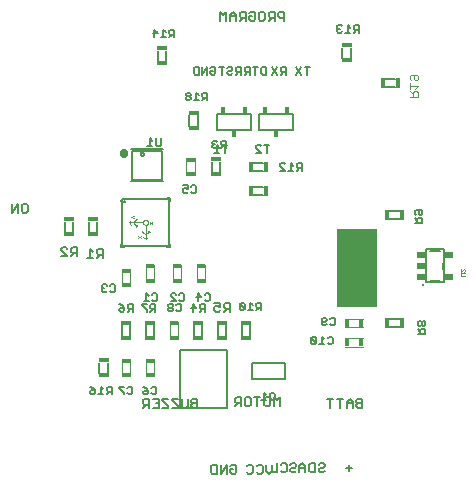
<source format=gbo>
G75*
%MOIN*%
%OFA0B0*%
%FSLAX25Y25*%
%IPPOS*%
%LPD*%
%AMOC8*
5,1,8,0,0,1.08239X$1,22.5*
%
%ADD10C,0.00500*%
%ADD11C,0.00400*%
%ADD12R,0.03150X0.01378*%
%ADD13R,0.01378X0.03150*%
%ADD14C,0.00600*%
%ADD15C,0.00800*%
%ADD16R,0.03400X0.01600*%
%ADD17R,0.01600X0.03400*%
%ADD18C,0.00200*%
%ADD19R,0.01800X0.02300*%
%ADD20C,0.00394*%
%ADD21C,0.00100*%
%ADD22R,0.13780X0.25984*%
%ADD23C,0.01378*%
%ADD24C,0.01000*%
%ADD25R,0.02559X0.01969*%
D10*
X0035380Y0047650D02*
X0034963Y0048067D01*
X0034963Y0048484D01*
X0035380Y0048901D01*
X0036631Y0048901D01*
X0036631Y0048067D01*
X0036214Y0047650D01*
X0035380Y0047650D01*
X0036631Y0048901D02*
X0035797Y0049735D01*
X0034963Y0050152D01*
X0037725Y0047650D02*
X0039393Y0047650D01*
X0038559Y0047650D02*
X0038559Y0050152D01*
X0039393Y0049318D01*
X0040487Y0048901D02*
X0040904Y0048484D01*
X0042155Y0048484D01*
X0041321Y0048484D02*
X0040487Y0047650D01*
X0040487Y0048901D02*
X0040487Y0049735D01*
X0040904Y0050152D01*
X0042155Y0050152D01*
X0042155Y0047650D01*
X0044600Y0049676D02*
X0046268Y0048008D01*
X0046268Y0047591D01*
X0047362Y0048008D02*
X0047779Y0047591D01*
X0048613Y0047591D01*
X0049030Y0048008D01*
X0049030Y0049676D01*
X0048613Y0050093D01*
X0047779Y0050093D01*
X0047362Y0049676D01*
X0046268Y0050093D02*
X0044600Y0050093D01*
X0044600Y0049676D01*
X0052600Y0050093D02*
X0053434Y0049676D01*
X0054268Y0048842D01*
X0053017Y0048842D01*
X0052600Y0048425D01*
X0052600Y0048008D01*
X0053017Y0047591D01*
X0053851Y0047591D01*
X0054268Y0048008D01*
X0054268Y0048842D01*
X0055362Y0048008D02*
X0055779Y0047591D01*
X0056613Y0047591D01*
X0057030Y0048008D01*
X0057030Y0049676D01*
X0056613Y0050093D01*
X0055779Y0050093D01*
X0055362Y0049676D01*
X0055763Y0046153D02*
X0057764Y0046153D01*
X0057764Y0043150D01*
X0055763Y0043150D01*
X0054542Y0043150D02*
X0054542Y0046153D01*
X0053040Y0046153D01*
X0052540Y0045652D01*
X0052540Y0044651D01*
X0053040Y0044151D01*
X0054542Y0044151D01*
X0053541Y0044151D02*
X0052540Y0043150D01*
X0056764Y0044651D02*
X0057764Y0044651D01*
X0058985Y0045652D02*
X0060987Y0043650D01*
X0060987Y0043150D01*
X0058985Y0043150D01*
X0058985Y0045652D02*
X0058985Y0046153D01*
X0060987Y0046153D01*
X0062208Y0046153D02*
X0062208Y0045652D01*
X0064210Y0043650D01*
X0064210Y0043150D01*
X0062208Y0043150D01*
X0064905Y0042900D02*
X0080405Y0042900D01*
X0080405Y0062400D01*
X0064905Y0062400D01*
X0064905Y0042900D01*
X0065431Y0043650D02*
X0065431Y0046153D01*
X0064210Y0046153D02*
X0062208Y0046153D01*
X0065431Y0043650D02*
X0065931Y0043150D01*
X0066932Y0043150D01*
X0067433Y0043650D01*
X0067433Y0046153D01*
X0068654Y0045652D02*
X0068654Y0045152D01*
X0069154Y0044651D01*
X0070655Y0044651D01*
X0069154Y0044651D02*
X0068654Y0044151D01*
X0068654Y0043650D01*
X0069154Y0043150D01*
X0070655Y0043150D01*
X0070655Y0046153D01*
X0069154Y0046153D01*
X0068654Y0045652D01*
X0083263Y0046152D02*
X0083263Y0045151D01*
X0083763Y0044651D01*
X0085264Y0044651D01*
X0084264Y0044651D02*
X0083263Y0043650D01*
X0085264Y0043650D02*
X0085264Y0046653D01*
X0083763Y0046653D01*
X0083263Y0046152D01*
X0086485Y0046152D02*
X0086485Y0044150D01*
X0086986Y0043650D01*
X0087987Y0043650D01*
X0088487Y0044150D01*
X0088487Y0046152D01*
X0087987Y0046653D01*
X0086986Y0046653D01*
X0086485Y0046152D01*
X0089708Y0046653D02*
X0091710Y0046653D01*
X0090709Y0046653D02*
X0090709Y0043650D01*
X0092931Y0044150D02*
X0092931Y0046152D01*
X0093431Y0046653D01*
X0094432Y0046653D01*
X0094933Y0046152D01*
X0094933Y0044150D01*
X0094432Y0043650D01*
X0093431Y0043650D01*
X0092931Y0044150D01*
X0092834Y0045650D02*
X0092834Y0048152D01*
X0093668Y0047318D01*
X0094762Y0047735D02*
X0094762Y0046067D01*
X0095179Y0045650D01*
X0096013Y0045650D01*
X0096430Y0046067D01*
X0096430Y0047735D01*
X0096013Y0048152D01*
X0095179Y0048152D01*
X0094762Y0047735D01*
X0095596Y0046484D02*
X0094762Y0045650D01*
X0093668Y0045650D02*
X0092000Y0045650D01*
X0096154Y0046653D02*
X0096154Y0043650D01*
X0098155Y0043650D02*
X0098155Y0046653D01*
X0097155Y0045652D01*
X0096154Y0046653D01*
X0113985Y0046153D02*
X0115987Y0046153D01*
X0114986Y0046153D02*
X0114986Y0043150D01*
X0118209Y0043150D02*
X0118209Y0046153D01*
X0119210Y0046153D02*
X0117208Y0046153D01*
X0120431Y0045152D02*
X0120431Y0043150D01*
X0120431Y0044651D02*
X0122433Y0044651D01*
X0122433Y0045152D02*
X0122433Y0043150D01*
X0123654Y0043650D02*
X0124154Y0043150D01*
X0125655Y0043150D01*
X0125655Y0046153D01*
X0124154Y0046153D01*
X0123654Y0045652D01*
X0123654Y0045152D01*
X0124154Y0044651D01*
X0125655Y0044651D01*
X0124154Y0044651D02*
X0123654Y0044151D01*
X0123654Y0043650D01*
X0122433Y0045152D02*
X0121432Y0046153D01*
X0120431Y0045152D01*
X0115388Y0064209D02*
X0114554Y0064209D01*
X0114137Y0064626D01*
X0113043Y0064209D02*
X0111375Y0064209D01*
X0112209Y0064209D02*
X0112209Y0066711D01*
X0113043Y0065877D01*
X0114137Y0066294D02*
X0114554Y0066711D01*
X0115388Y0066711D01*
X0115805Y0066294D01*
X0115805Y0064626D01*
X0115388Y0064209D01*
X0110280Y0064626D02*
X0108612Y0066294D01*
X0108612Y0064626D01*
X0109029Y0064209D01*
X0109863Y0064209D01*
X0110280Y0064626D01*
X0110280Y0066294D01*
X0109863Y0066711D01*
X0109029Y0066711D01*
X0108612Y0066294D01*
X0112517Y0070591D02*
X0112100Y0071008D01*
X0112100Y0072676D01*
X0112517Y0073093D01*
X0113351Y0073093D01*
X0113768Y0072676D01*
X0113768Y0072259D01*
X0113351Y0071842D01*
X0112100Y0071842D01*
X0112517Y0070591D02*
X0113351Y0070591D01*
X0113768Y0071008D01*
X0114862Y0071008D02*
X0115279Y0070591D01*
X0116113Y0070591D01*
X0116530Y0071008D01*
X0116530Y0072676D01*
X0116113Y0073093D01*
X0115279Y0073093D01*
X0114862Y0072676D01*
X0091942Y0075650D02*
X0091942Y0078152D01*
X0090691Y0078152D01*
X0090274Y0077735D01*
X0090274Y0076901D01*
X0090691Y0076484D01*
X0091942Y0076484D01*
X0091108Y0076484D02*
X0090274Y0075650D01*
X0089180Y0075650D02*
X0087512Y0075650D01*
X0088346Y0075650D02*
X0088346Y0078152D01*
X0089180Y0077318D01*
X0086418Y0077735D02*
X0086418Y0076067D01*
X0084750Y0077735D01*
X0084750Y0076067D01*
X0085167Y0075650D01*
X0086001Y0075650D01*
X0086418Y0076067D01*
X0086418Y0077735D02*
X0086001Y0078152D01*
X0085167Y0078152D01*
X0084750Y0077735D01*
X0081601Y0078153D02*
X0080100Y0078153D01*
X0079599Y0077652D01*
X0079599Y0076651D01*
X0080100Y0076151D01*
X0081601Y0076151D01*
X0080600Y0076151D02*
X0079599Y0075150D01*
X0078378Y0075650D02*
X0077878Y0075150D01*
X0076877Y0075150D01*
X0076376Y0075650D01*
X0076376Y0076651D01*
X0076877Y0077152D01*
X0077377Y0077152D01*
X0078378Y0076651D01*
X0078378Y0078153D01*
X0076376Y0078153D01*
X0074805Y0079126D02*
X0074388Y0078709D01*
X0073554Y0078709D01*
X0073137Y0079126D01*
X0072043Y0079960D02*
X0070792Y0081211D01*
X0070792Y0078709D01*
X0070375Y0079960D02*
X0072043Y0079960D01*
X0073137Y0080794D02*
X0073554Y0081211D01*
X0074388Y0081211D01*
X0074805Y0080794D01*
X0074805Y0079126D01*
X0073155Y0077652D02*
X0071904Y0077652D01*
X0071487Y0077235D01*
X0071487Y0076401D01*
X0071904Y0075984D01*
X0073155Y0075984D01*
X0072321Y0075984D02*
X0071487Y0075150D01*
X0070393Y0076401D02*
X0068725Y0076401D01*
X0069142Y0075150D02*
X0069142Y0077652D01*
X0070393Y0076401D01*
X0073155Y0075150D02*
X0073155Y0077652D01*
X0066305Y0079126D02*
X0065888Y0078709D01*
X0065054Y0078709D01*
X0064637Y0079126D01*
X0063543Y0078709D02*
X0061875Y0078709D01*
X0062126Y0077711D02*
X0061292Y0077711D01*
X0060875Y0077294D01*
X0060875Y0076877D01*
X0061292Y0076460D01*
X0062126Y0076460D01*
X0062543Y0076877D01*
X0062543Y0077294D01*
X0062126Y0077711D01*
X0062126Y0076460D02*
X0062543Y0076043D01*
X0062543Y0075626D01*
X0062126Y0075209D01*
X0061292Y0075209D01*
X0060875Y0075626D01*
X0060875Y0076043D01*
X0061292Y0076460D01*
X0063637Y0075626D02*
X0064054Y0075209D01*
X0064888Y0075209D01*
X0065305Y0075626D01*
X0065305Y0077294D01*
X0064888Y0077711D01*
X0064054Y0077711D01*
X0063637Y0077294D01*
X0063543Y0078709D02*
X0061875Y0080377D01*
X0061875Y0080794D01*
X0062292Y0081211D01*
X0063126Y0081211D01*
X0063543Y0080794D01*
X0064637Y0080794D02*
X0065054Y0081211D01*
X0065888Y0081211D01*
X0066305Y0080794D01*
X0066305Y0079126D01*
X0057305Y0079126D02*
X0056888Y0078709D01*
X0056054Y0078709D01*
X0055637Y0079126D01*
X0054543Y0078709D02*
X0052875Y0078709D01*
X0053709Y0078709D02*
X0053709Y0081211D01*
X0054543Y0080377D01*
X0055637Y0080794D02*
X0056054Y0081211D01*
X0056888Y0081211D01*
X0057305Y0080794D01*
X0057305Y0079126D01*
X0056655Y0077652D02*
X0055404Y0077652D01*
X0054987Y0077235D01*
X0054987Y0076401D01*
X0055404Y0075984D01*
X0056655Y0075984D01*
X0055821Y0075984D02*
X0054987Y0075150D01*
X0053893Y0075150D02*
X0053893Y0075567D01*
X0052225Y0077235D01*
X0052225Y0077652D01*
X0053893Y0077652D01*
X0056655Y0077652D02*
X0056655Y0075150D01*
X0049155Y0075150D02*
X0049155Y0077652D01*
X0047904Y0077652D01*
X0047487Y0077235D01*
X0047487Y0076401D01*
X0047904Y0075984D01*
X0049155Y0075984D01*
X0048321Y0075984D02*
X0047487Y0075150D01*
X0046393Y0075567D02*
X0045976Y0075150D01*
X0045142Y0075150D01*
X0044725Y0075567D01*
X0044725Y0075984D01*
X0045142Y0076401D01*
X0046393Y0076401D01*
X0046393Y0075567D01*
X0046393Y0076401D02*
X0045559Y0077235D01*
X0044725Y0077652D01*
X0042888Y0081709D02*
X0042054Y0081709D01*
X0041637Y0082126D01*
X0040543Y0082126D02*
X0040126Y0081709D01*
X0039292Y0081709D01*
X0038875Y0082126D01*
X0038875Y0082543D01*
X0039292Y0082960D01*
X0039709Y0082960D01*
X0039292Y0082960D02*
X0038875Y0083377D01*
X0038875Y0083794D01*
X0039292Y0084211D01*
X0040126Y0084211D01*
X0040543Y0083794D01*
X0041637Y0083794D02*
X0042054Y0084211D01*
X0042888Y0084211D01*
X0043305Y0083794D01*
X0043305Y0082126D01*
X0042888Y0081709D01*
X0039101Y0093150D02*
X0039101Y0096153D01*
X0037600Y0096153D01*
X0037099Y0095652D01*
X0037099Y0094651D01*
X0037600Y0094151D01*
X0039101Y0094151D01*
X0038100Y0094151D02*
X0037099Y0093150D01*
X0035878Y0093150D02*
X0033876Y0093150D01*
X0034877Y0093150D02*
X0034877Y0096153D01*
X0035878Y0095152D01*
X0030601Y0094651D02*
X0029100Y0094651D01*
X0028599Y0095151D01*
X0028599Y0096152D01*
X0029100Y0096653D01*
X0030601Y0096653D01*
X0030601Y0093650D01*
X0029600Y0094651D02*
X0028599Y0093650D01*
X0027378Y0093650D02*
X0025376Y0095652D01*
X0025376Y0096152D01*
X0025877Y0096653D01*
X0026878Y0096653D01*
X0027378Y0096152D01*
X0027378Y0093650D02*
X0025376Y0093650D01*
X0013655Y0108150D02*
X0012654Y0108150D01*
X0012154Y0108650D01*
X0012154Y0110652D01*
X0012654Y0111153D01*
X0013655Y0111153D01*
X0014155Y0110652D01*
X0014155Y0108650D01*
X0013655Y0108150D01*
X0010933Y0108150D02*
X0010933Y0111153D01*
X0008931Y0108150D01*
X0008931Y0111153D01*
X0045138Y0111987D02*
X0046319Y0113168D01*
X0045531Y0112774D02*
X0061279Y0112774D01*
X0061279Y0097026D01*
X0045531Y0097026D01*
X0045531Y0112774D01*
X0046148Y0111908D02*
X0046150Y0111939D01*
X0046156Y0111970D01*
X0046165Y0112000D01*
X0046179Y0112028D01*
X0046196Y0112054D01*
X0046215Y0112078D01*
X0046238Y0112100D01*
X0046264Y0112118D01*
X0046291Y0112133D01*
X0046320Y0112145D01*
X0046350Y0112153D01*
X0046381Y0112157D01*
X0046413Y0112157D01*
X0046444Y0112153D01*
X0046474Y0112145D01*
X0046503Y0112133D01*
X0046530Y0112118D01*
X0046556Y0112100D01*
X0046579Y0112078D01*
X0046598Y0112054D01*
X0046615Y0112028D01*
X0046629Y0112000D01*
X0046638Y0111970D01*
X0046644Y0111939D01*
X0046646Y0111908D01*
X0046644Y0111877D01*
X0046638Y0111846D01*
X0046629Y0111816D01*
X0046615Y0111788D01*
X0046598Y0111762D01*
X0046579Y0111738D01*
X0046556Y0111716D01*
X0046530Y0111698D01*
X0046503Y0111683D01*
X0046474Y0111671D01*
X0046444Y0111663D01*
X0046413Y0111659D01*
X0046381Y0111659D01*
X0046350Y0111663D01*
X0046320Y0111671D01*
X0046291Y0111683D01*
X0046264Y0111698D01*
X0046238Y0111716D01*
X0046215Y0111738D01*
X0046196Y0111762D01*
X0046179Y0111788D01*
X0046165Y0111816D01*
X0046156Y0111846D01*
X0046150Y0111877D01*
X0046148Y0111908D01*
X0048590Y0118585D02*
X0059220Y0118585D01*
X0058827Y0118979D02*
X0058827Y0128821D01*
X0048984Y0128821D01*
X0048984Y0118979D01*
X0058827Y0118979D01*
X0060492Y0113168D02*
X0061673Y0113168D01*
X0061673Y0111987D01*
X0065875Y0115126D02*
X0066292Y0114709D01*
X0067126Y0114709D01*
X0067543Y0115126D01*
X0067543Y0115960D02*
X0066709Y0116377D01*
X0066292Y0116377D01*
X0065875Y0115960D01*
X0065875Y0115126D01*
X0067543Y0115960D02*
X0067543Y0117211D01*
X0065875Y0117211D01*
X0068637Y0116794D02*
X0069054Y0117211D01*
X0069888Y0117211D01*
X0070305Y0116794D01*
X0070305Y0115126D01*
X0069888Y0114709D01*
X0069054Y0114709D01*
X0068637Y0115126D01*
X0076250Y0128150D02*
X0077918Y0128150D01*
X0077084Y0128150D02*
X0077084Y0130652D01*
X0077918Y0129818D01*
X0077393Y0130067D02*
X0076976Y0129650D01*
X0076142Y0129650D01*
X0075725Y0130067D01*
X0075725Y0130484D01*
X0076142Y0130901D01*
X0076559Y0130901D01*
X0076142Y0130901D02*
X0075725Y0131318D01*
X0075725Y0131735D01*
X0076142Y0132152D01*
X0076976Y0132152D01*
X0077393Y0131735D01*
X0078487Y0131735D02*
X0078487Y0130901D01*
X0078904Y0130484D01*
X0080155Y0130484D01*
X0079846Y0130652D02*
X0079846Y0128150D01*
X0080155Y0129650D02*
X0080155Y0132152D01*
X0078904Y0132152D01*
X0078487Y0131735D01*
X0079012Y0130652D02*
X0080680Y0130652D01*
X0079321Y0130484D02*
X0078487Y0129650D01*
X0077305Y0135800D02*
X0088505Y0135800D01*
X0088505Y0141000D01*
X0077305Y0141000D01*
X0077305Y0135800D01*
X0073942Y0145650D02*
X0073942Y0148152D01*
X0072691Y0148152D01*
X0072274Y0147735D01*
X0072274Y0146901D01*
X0072691Y0146484D01*
X0073942Y0146484D01*
X0073108Y0146484D02*
X0072274Y0145650D01*
X0071180Y0145650D02*
X0069512Y0145650D01*
X0070346Y0145650D02*
X0070346Y0148152D01*
X0071180Y0147318D01*
X0068418Y0147318D02*
X0068418Y0147735D01*
X0068001Y0148152D01*
X0067167Y0148152D01*
X0066750Y0147735D01*
X0066750Y0147318D01*
X0067167Y0146901D01*
X0068001Y0146901D01*
X0068418Y0147318D01*
X0068001Y0146901D02*
X0068418Y0146484D01*
X0068418Y0146067D01*
X0068001Y0145650D01*
X0067167Y0145650D01*
X0066750Y0146067D01*
X0066750Y0146484D01*
X0067167Y0146901D01*
X0069880Y0154150D02*
X0069463Y0154567D01*
X0069463Y0156235D01*
X0069880Y0156652D01*
X0071131Y0156652D01*
X0071131Y0154150D01*
X0069880Y0154150D01*
X0072225Y0154150D02*
X0072225Y0156652D01*
X0073893Y0156652D02*
X0072225Y0154150D01*
X0073893Y0154150D02*
X0073893Y0156652D01*
X0074987Y0156235D02*
X0075404Y0156652D01*
X0076238Y0156652D01*
X0076655Y0156235D01*
X0076655Y0154567D01*
X0076238Y0154150D01*
X0075404Y0154150D01*
X0074987Y0154567D01*
X0074987Y0155401D01*
X0075821Y0155401D01*
X0077963Y0156652D02*
X0079631Y0156652D01*
X0078797Y0156652D02*
X0078797Y0154150D01*
X0080725Y0154567D02*
X0080725Y0154984D01*
X0081142Y0155401D01*
X0081976Y0155401D01*
X0082393Y0155818D01*
X0082393Y0156235D01*
X0081976Y0156652D01*
X0081142Y0156652D01*
X0080725Y0156235D01*
X0080725Y0154567D02*
X0081142Y0154150D01*
X0081976Y0154150D01*
X0082393Y0154567D01*
X0083487Y0154150D02*
X0084321Y0154984D01*
X0083904Y0154984D02*
X0085155Y0154984D01*
X0085155Y0154150D02*
X0085155Y0156652D01*
X0083904Y0156652D01*
X0083487Y0156235D01*
X0083487Y0155401D01*
X0083904Y0154984D01*
X0086463Y0155401D02*
X0086880Y0154984D01*
X0088131Y0154984D01*
X0088131Y0154150D02*
X0088131Y0156652D01*
X0086880Y0156652D01*
X0086463Y0156235D01*
X0086463Y0155401D01*
X0087297Y0154984D02*
X0086463Y0154150D01*
X0090059Y0154150D02*
X0090059Y0156652D01*
X0090893Y0156652D02*
X0089225Y0156652D01*
X0091987Y0156235D02*
X0092404Y0156652D01*
X0093655Y0156652D01*
X0093655Y0154150D01*
X0092404Y0154150D01*
X0091987Y0154567D01*
X0091987Y0156235D01*
X0095725Y0156652D02*
X0097393Y0154150D01*
X0098487Y0154150D02*
X0099321Y0154984D01*
X0098904Y0154984D02*
X0100155Y0154984D01*
X0100155Y0154150D02*
X0100155Y0156652D01*
X0098904Y0156652D01*
X0098487Y0156235D01*
X0098487Y0155401D01*
X0098904Y0154984D01*
X0097393Y0156652D02*
X0095725Y0154150D01*
X0103725Y0154150D02*
X0105393Y0156652D01*
X0106487Y0156652D02*
X0108155Y0156652D01*
X0107321Y0156652D02*
X0107321Y0154150D01*
X0105393Y0154150D02*
X0103725Y0156652D01*
X0117250Y0168567D02*
X0117667Y0168150D01*
X0118501Y0168150D01*
X0118918Y0168567D01*
X0120012Y0168150D02*
X0121680Y0168150D01*
X0120846Y0168150D02*
X0120846Y0170652D01*
X0121680Y0169818D01*
X0122774Y0169401D02*
X0123191Y0168984D01*
X0124442Y0168984D01*
X0123608Y0168984D02*
X0122774Y0168150D01*
X0122774Y0169401D02*
X0122774Y0170235D01*
X0123191Y0170652D01*
X0124442Y0170652D01*
X0124442Y0168150D01*
X0118918Y0170235D02*
X0118501Y0170652D01*
X0117667Y0170652D01*
X0117250Y0170235D01*
X0117250Y0169818D01*
X0117667Y0169401D01*
X0117250Y0168984D01*
X0117250Y0168567D01*
X0117667Y0169401D02*
X0118084Y0169401D01*
X0099655Y0172150D02*
X0099655Y0175153D01*
X0098154Y0175153D01*
X0097654Y0174652D01*
X0097654Y0173651D01*
X0098154Y0173151D01*
X0099655Y0173151D01*
X0096433Y0173151D02*
X0094931Y0173151D01*
X0094431Y0173651D01*
X0094431Y0174652D01*
X0094931Y0175153D01*
X0096433Y0175153D01*
X0096433Y0172150D01*
X0095432Y0173151D02*
X0094431Y0172150D01*
X0093210Y0172650D02*
X0092709Y0172150D01*
X0091709Y0172150D01*
X0091208Y0172650D01*
X0091208Y0174652D01*
X0091709Y0175153D01*
X0092709Y0175153D01*
X0093210Y0174652D01*
X0093210Y0172650D01*
X0089987Y0172650D02*
X0089487Y0172150D01*
X0088486Y0172150D01*
X0087985Y0172650D01*
X0087985Y0173651D01*
X0088986Y0173651D01*
X0089987Y0174652D02*
X0089987Y0172650D01*
X0089987Y0174652D02*
X0089487Y0175153D01*
X0088486Y0175153D01*
X0087985Y0174652D01*
X0086764Y0175153D02*
X0085263Y0175153D01*
X0084763Y0174652D01*
X0084763Y0173651D01*
X0085263Y0173151D01*
X0086764Y0173151D01*
X0085764Y0173151D02*
X0084763Y0172150D01*
X0083542Y0172150D02*
X0083542Y0174152D01*
X0082541Y0175153D01*
X0081540Y0174152D01*
X0081540Y0172150D01*
X0080319Y0172150D02*
X0080319Y0175153D01*
X0079318Y0174152D01*
X0078317Y0175153D01*
X0078317Y0172150D01*
X0081540Y0173651D02*
X0083542Y0173651D01*
X0086764Y0172150D02*
X0086764Y0175153D01*
X0062942Y0169152D02*
X0062942Y0166650D01*
X0062942Y0167484D02*
X0061691Y0167484D01*
X0061274Y0167901D01*
X0061274Y0168735D01*
X0061691Y0169152D01*
X0062942Y0169152D01*
X0062108Y0167484D02*
X0061274Y0166650D01*
X0060180Y0166650D02*
X0058512Y0166650D01*
X0059346Y0166650D02*
X0059346Y0169152D01*
X0060180Y0168318D01*
X0057418Y0167901D02*
X0055750Y0167901D01*
X0056167Y0166650D02*
X0056167Y0169152D01*
X0057418Y0167901D01*
X0091305Y0141000D02*
X0091305Y0135800D01*
X0102505Y0135800D01*
X0102505Y0141000D01*
X0091305Y0141000D01*
X0091501Y0130652D02*
X0091918Y0130235D01*
X0091501Y0130652D02*
X0090667Y0130652D01*
X0090250Y0130235D01*
X0090250Y0129818D01*
X0091918Y0128150D01*
X0090250Y0128150D01*
X0093012Y0130652D02*
X0094680Y0130652D01*
X0093846Y0130652D02*
X0093846Y0128150D01*
X0098250Y0124235D02*
X0098667Y0124652D01*
X0099501Y0124652D01*
X0099918Y0124235D01*
X0098250Y0124235D02*
X0098250Y0123818D01*
X0099918Y0122150D01*
X0098250Y0122150D01*
X0101012Y0122150D02*
X0102680Y0122150D01*
X0101846Y0122150D02*
X0101846Y0124652D01*
X0102680Y0123818D01*
X0103774Y0124235D02*
X0103774Y0123401D01*
X0104191Y0122984D01*
X0105442Y0122984D01*
X0104608Y0122984D02*
X0103774Y0122150D01*
X0105442Y0122150D02*
X0105442Y0124652D01*
X0104191Y0124652D01*
X0103774Y0124235D01*
X0143155Y0108639D02*
X0143155Y0107805D01*
X0143572Y0107388D01*
X0144406Y0107805D02*
X0144406Y0109056D01*
X0143572Y0109056D02*
X0145240Y0109056D01*
X0145657Y0108639D01*
X0145657Y0107805D01*
X0145240Y0107388D01*
X0144823Y0107388D01*
X0144406Y0107805D01*
X0143155Y0108639D02*
X0143572Y0109056D01*
X0143155Y0106293D02*
X0143989Y0105459D01*
X0143989Y0105876D02*
X0143989Y0104625D01*
X0143155Y0104625D02*
X0145657Y0104625D01*
X0145657Y0105876D01*
X0145240Y0106293D01*
X0144406Y0106293D01*
X0143989Y0105876D01*
X0144572Y0072056D02*
X0144155Y0071639D01*
X0144155Y0070805D01*
X0144572Y0070388D01*
X0144989Y0070388D01*
X0145406Y0070805D01*
X0145406Y0071639D01*
X0144989Y0072056D01*
X0144572Y0072056D01*
X0145406Y0071639D02*
X0145823Y0072056D01*
X0146240Y0072056D01*
X0146657Y0071639D01*
X0146657Y0070805D01*
X0146240Y0070388D01*
X0145823Y0070388D01*
X0145406Y0070805D01*
X0145406Y0069293D02*
X0144989Y0068876D01*
X0144989Y0067625D01*
X0144155Y0067625D02*
X0146657Y0067625D01*
X0146657Y0068876D01*
X0146240Y0069293D01*
X0145406Y0069293D01*
X0144989Y0068459D02*
X0144155Y0069293D01*
X0121155Y0024152D02*
X0121155Y0022150D01*
X0122155Y0023151D02*
X0120154Y0023151D01*
X0113155Y0023652D02*
X0112655Y0023151D01*
X0111654Y0023151D01*
X0111154Y0022651D01*
X0111154Y0022150D01*
X0111654Y0021650D01*
X0112655Y0021650D01*
X0113155Y0022150D01*
X0113155Y0023652D02*
X0113155Y0024152D01*
X0112655Y0024653D01*
X0111654Y0024653D01*
X0111154Y0024152D01*
X0109933Y0024653D02*
X0109933Y0021650D01*
X0108431Y0021650D01*
X0107931Y0022150D01*
X0107931Y0024152D01*
X0108431Y0024653D01*
X0109933Y0024653D01*
X0106710Y0023652D02*
X0106710Y0021650D01*
X0106710Y0023151D02*
X0104708Y0023151D01*
X0104708Y0023652D02*
X0104708Y0021650D01*
X0103655Y0022150D02*
X0103155Y0021650D01*
X0102154Y0021650D01*
X0101654Y0022150D01*
X0101654Y0022651D01*
X0102154Y0023151D01*
X0103155Y0023151D01*
X0103655Y0023652D01*
X0103655Y0024152D01*
X0103155Y0024653D01*
X0102154Y0024653D01*
X0101654Y0024152D01*
X0100433Y0024152D02*
X0100433Y0022150D01*
X0099932Y0021650D01*
X0098931Y0021650D01*
X0098431Y0022150D01*
X0097210Y0021650D02*
X0097210Y0024653D01*
X0098431Y0024152D02*
X0098931Y0024653D01*
X0099932Y0024653D01*
X0100433Y0024152D01*
X0097210Y0021650D02*
X0095208Y0021650D01*
X0095655Y0022151D02*
X0094655Y0021150D01*
X0093654Y0022151D01*
X0093654Y0024153D01*
X0092433Y0023652D02*
X0092433Y0021650D01*
X0091932Y0021150D01*
X0090931Y0021150D01*
X0090431Y0021650D01*
X0089210Y0021650D02*
X0088709Y0021150D01*
X0087709Y0021150D01*
X0087208Y0021650D01*
X0089210Y0021650D02*
X0089210Y0023652D01*
X0088709Y0024153D01*
X0087709Y0024153D01*
X0087208Y0023652D01*
X0090431Y0023652D02*
X0090931Y0024153D01*
X0091932Y0024153D01*
X0092433Y0023652D01*
X0095655Y0024153D02*
X0095655Y0022151D01*
X0104708Y0023652D02*
X0105709Y0024653D01*
X0106710Y0023652D01*
X0083655Y0023652D02*
X0083655Y0021650D01*
X0083155Y0021150D01*
X0082154Y0021150D01*
X0081654Y0021650D01*
X0081654Y0022651D01*
X0082655Y0022651D01*
X0081654Y0022651D01*
X0081654Y0021650D01*
X0082154Y0021150D01*
X0083155Y0021150D01*
X0083655Y0021650D01*
X0083655Y0023652D01*
X0083155Y0024153D01*
X0082154Y0024153D01*
X0081654Y0023652D01*
X0082154Y0024153D01*
X0083155Y0024153D01*
X0083655Y0023652D01*
X0080433Y0024153D02*
X0080433Y0021150D01*
X0080433Y0024153D01*
X0078431Y0021150D01*
X0078431Y0024153D01*
X0078431Y0021150D01*
X0080433Y0024153D01*
X0077210Y0024153D02*
X0077210Y0021150D01*
X0075709Y0021150D01*
X0075208Y0021650D01*
X0075208Y0023652D01*
X0075709Y0024153D01*
X0077210Y0024153D01*
X0075709Y0024153D01*
X0075208Y0023652D01*
X0075208Y0021650D01*
X0075709Y0021150D01*
X0077210Y0021150D01*
X0077210Y0024153D01*
X0081601Y0075150D02*
X0081601Y0078153D01*
X0061673Y0096632D02*
X0061673Y0097813D01*
X0061673Y0096632D02*
X0060492Y0096632D01*
X0046319Y0096632D02*
X0045138Y0096632D01*
X0045138Y0097813D01*
X0051798Y0127739D02*
X0051800Y0127786D01*
X0051806Y0127833D01*
X0051816Y0127879D01*
X0051829Y0127925D01*
X0051846Y0127969D01*
X0051867Y0128011D01*
X0051891Y0128052D01*
X0051919Y0128090D01*
X0051949Y0128126D01*
X0051983Y0128160D01*
X0052019Y0128190D01*
X0052057Y0128218D01*
X0052098Y0128242D01*
X0052140Y0128263D01*
X0052184Y0128280D01*
X0052230Y0128293D01*
X0052276Y0128303D01*
X0052323Y0128309D01*
X0052370Y0128311D01*
X0052417Y0128309D01*
X0052464Y0128303D01*
X0052510Y0128293D01*
X0052556Y0128280D01*
X0052600Y0128263D01*
X0052642Y0128242D01*
X0052683Y0128218D01*
X0052721Y0128190D01*
X0052757Y0128160D01*
X0052791Y0128126D01*
X0052821Y0128090D01*
X0052849Y0128052D01*
X0052873Y0128011D01*
X0052894Y0127969D01*
X0052911Y0127925D01*
X0052924Y0127879D01*
X0052934Y0127833D01*
X0052940Y0127786D01*
X0052942Y0127739D01*
X0052940Y0127692D01*
X0052934Y0127645D01*
X0052924Y0127599D01*
X0052911Y0127553D01*
X0052894Y0127509D01*
X0052873Y0127467D01*
X0052849Y0127426D01*
X0052821Y0127388D01*
X0052791Y0127352D01*
X0052757Y0127318D01*
X0052721Y0127288D01*
X0052683Y0127260D01*
X0052642Y0127236D01*
X0052600Y0127215D01*
X0052556Y0127198D01*
X0052510Y0127185D01*
X0052464Y0127175D01*
X0052417Y0127169D01*
X0052370Y0127167D01*
X0052323Y0127169D01*
X0052276Y0127175D01*
X0052230Y0127185D01*
X0052184Y0127198D01*
X0052140Y0127215D01*
X0052098Y0127236D01*
X0052057Y0127260D01*
X0052019Y0127288D01*
X0051983Y0127318D01*
X0051949Y0127352D01*
X0051919Y0127388D01*
X0051891Y0127426D01*
X0051867Y0127467D01*
X0051846Y0127509D01*
X0051829Y0127553D01*
X0051816Y0127599D01*
X0051806Y0127645D01*
X0051800Y0127692D01*
X0051798Y0127739D01*
X0048590Y0129215D02*
X0059220Y0129215D01*
D11*
X0067027Y0126254D02*
X0067027Y0120546D01*
X0069783Y0120546D02*
X0069783Y0126254D01*
X0070527Y0090754D02*
X0070527Y0085046D01*
X0073283Y0085046D02*
X0073283Y0090754D01*
X0065283Y0090754D02*
X0065283Y0085046D01*
X0062527Y0085046D02*
X0062527Y0090754D01*
X0056283Y0090754D02*
X0056283Y0085046D01*
X0053527Y0085046D02*
X0053527Y0090754D01*
X0048283Y0089254D02*
X0048283Y0083546D01*
X0045527Y0083546D02*
X0045527Y0089254D01*
X0061527Y0071754D02*
X0061527Y0066046D01*
X0064283Y0066046D02*
X0064283Y0071754D01*
X0056283Y0059254D02*
X0056283Y0053546D01*
X0053527Y0053546D02*
X0053527Y0059254D01*
X0048283Y0059254D02*
X0048283Y0053546D01*
X0045527Y0053546D02*
X0045527Y0059254D01*
X0120051Y0063522D02*
X0125760Y0063522D01*
X0125760Y0066278D02*
X0120051Y0066278D01*
X0120051Y0070022D02*
X0125760Y0070022D01*
X0125760Y0072778D02*
X0120051Y0072778D01*
D12*
X0071905Y0085439D03*
X0071905Y0090361D03*
X0063905Y0090361D03*
X0063905Y0085439D03*
X0054905Y0085439D03*
X0054905Y0090361D03*
X0046905Y0088861D03*
X0046905Y0083939D03*
X0062905Y0071361D03*
X0062905Y0066439D03*
X0054905Y0058861D03*
X0054905Y0053939D03*
X0046905Y0053939D03*
X0046905Y0058861D03*
X0068405Y0120939D03*
X0068405Y0125861D03*
D13*
X0120445Y0071400D03*
X0125366Y0071400D03*
X0125366Y0064900D03*
X0120445Y0064900D03*
D14*
X0134705Y0069998D02*
X0138106Y0069998D01*
X0138106Y0072802D02*
X0134705Y0072802D01*
X0146756Y0084888D02*
X0153055Y0084888D01*
X0153055Y0095912D01*
X0146756Y0095912D01*
X0146756Y0084888D01*
X0138106Y0105998D02*
X0134705Y0105998D01*
X0134705Y0108802D02*
X0138106Y0108802D01*
X0136606Y0149998D02*
X0133205Y0149998D01*
X0133205Y0152802D02*
X0136606Y0152802D01*
X0121807Y0159699D02*
X0121807Y0163101D01*
X0119004Y0163101D02*
X0119004Y0159699D01*
X0092606Y0124802D02*
X0089205Y0124802D01*
X0089205Y0121998D02*
X0092606Y0121998D01*
X0092606Y0116802D02*
X0089205Y0116802D01*
X0089205Y0113998D02*
X0092606Y0113998D01*
X0078307Y0121699D02*
X0078307Y0125101D01*
X0075504Y0125101D02*
X0075504Y0121699D01*
X0070807Y0137199D02*
X0070807Y0140601D01*
X0068004Y0140601D02*
X0068004Y0137199D01*
X0058566Y0132975D02*
X0058566Y0130807D01*
X0058132Y0130373D01*
X0057265Y0130373D01*
X0056831Y0130807D01*
X0056831Y0132975D01*
X0055619Y0132108D02*
X0054752Y0132975D01*
X0054752Y0130373D01*
X0055619Y0130373D02*
X0053885Y0130373D01*
X0037307Y0105101D02*
X0037307Y0101699D01*
X0034504Y0101699D02*
X0034504Y0105101D01*
X0029307Y0105101D02*
X0029307Y0101699D01*
X0026504Y0101699D02*
X0026504Y0105101D01*
X0045504Y0070601D02*
X0045504Y0067199D01*
X0048307Y0067199D02*
X0048307Y0070601D01*
X0053504Y0070601D02*
X0053504Y0067199D01*
X0056307Y0067199D02*
X0056307Y0070601D01*
X0069504Y0070601D02*
X0069504Y0067199D01*
X0072307Y0067199D02*
X0072307Y0070601D01*
X0077504Y0070601D02*
X0077504Y0067199D01*
X0080307Y0067199D02*
X0080307Y0070601D01*
X0085504Y0070601D02*
X0085504Y0067199D01*
X0088307Y0067199D02*
X0088307Y0070601D01*
X0088805Y0058000D02*
X0088805Y0052800D01*
X0100005Y0052800D01*
X0100005Y0058000D01*
X0088805Y0058000D01*
X0040807Y0058101D02*
X0040807Y0054699D01*
X0038004Y0054699D02*
X0038004Y0058101D01*
X0057504Y0158699D02*
X0057504Y0162101D01*
X0060307Y0162101D02*
X0060307Y0158699D01*
D15*
X0148215Y0095400D02*
X0151596Y0095400D01*
X0152696Y0091457D02*
X0152696Y0089343D01*
X0151596Y0085400D02*
X0148215Y0085400D01*
X0099917Y0055794D02*
X0099917Y0052644D01*
X0097555Y0052644D01*
X0091256Y0052644D02*
X0088894Y0052644D01*
X0088894Y0055794D01*
D16*
X0086905Y0066400D03*
X0086905Y0071400D03*
X0078905Y0071400D03*
X0078905Y0066400D03*
X0070905Y0066400D03*
X0070905Y0071400D03*
X0054905Y0071400D03*
X0054905Y0066400D03*
X0046905Y0066400D03*
X0046905Y0071400D03*
X0039405Y0058900D03*
X0039405Y0053900D03*
X0035905Y0100900D03*
X0035905Y0105900D03*
X0027905Y0105900D03*
X0027905Y0100900D03*
X0069405Y0136400D03*
X0069405Y0141400D03*
X0076905Y0125900D03*
X0076905Y0120900D03*
X0058905Y0157900D03*
X0058905Y0162900D03*
X0120405Y0163900D03*
X0120405Y0158900D03*
D17*
X0132405Y0151400D03*
X0137405Y0151400D03*
X0138905Y0107400D03*
X0133905Y0107400D03*
X0133905Y0071400D03*
X0138905Y0071400D03*
X0093405Y0115400D03*
X0088405Y0115400D03*
X0088405Y0123400D03*
X0093405Y0123400D03*
D18*
X0141505Y0146713D02*
X0144308Y0146713D01*
X0144308Y0148114D01*
X0143841Y0148581D01*
X0142907Y0148581D01*
X0142439Y0148114D01*
X0142439Y0146713D01*
X0142439Y0147647D02*
X0141505Y0148581D01*
X0141505Y0149475D02*
X0141505Y0151344D01*
X0141505Y0150409D02*
X0144308Y0150409D01*
X0143374Y0149475D01*
X0143374Y0152238D02*
X0142907Y0152705D01*
X0142907Y0154106D01*
X0143841Y0154106D02*
X0144308Y0153639D01*
X0144308Y0152705D01*
X0143841Y0152238D01*
X0143374Y0152238D01*
X0141972Y0152238D02*
X0141505Y0152705D01*
X0141505Y0153639D01*
X0141972Y0154106D01*
X0143841Y0154106D01*
D19*
X0100605Y0142350D03*
X0093205Y0142350D03*
X0086605Y0142350D03*
X0079205Y0142350D03*
X0082905Y0134450D03*
X0096905Y0134450D03*
D20*
X0054980Y0101750D02*
X0054586Y0102144D01*
X0054193Y0102144D01*
X0054586Y0102144D02*
X0054572Y0102077D01*
X0054555Y0102010D01*
X0054535Y0101945D01*
X0054510Y0101881D01*
X0054482Y0101818D01*
X0054450Y0101757D01*
X0054415Y0101698D01*
X0054376Y0101641D01*
X0054335Y0101587D01*
X0054290Y0101535D01*
X0054242Y0101485D01*
X0054192Y0101439D01*
X0054139Y0101395D01*
X0054083Y0101355D01*
X0054026Y0101317D01*
X0053966Y0101284D01*
X0053904Y0101253D01*
X0053841Y0101226D01*
X0053776Y0101203D01*
X0053711Y0101184D01*
X0053644Y0101168D01*
X0053576Y0101156D01*
X0053508Y0101148D01*
X0053439Y0101144D01*
X0053371Y0101144D01*
X0053302Y0101148D01*
X0053234Y0101156D01*
X0053166Y0101168D01*
X0053099Y0101184D01*
X0053034Y0101203D01*
X0052969Y0101226D01*
X0052906Y0101253D01*
X0052844Y0101284D01*
X0052784Y0101317D01*
X0052727Y0101355D01*
X0052671Y0101395D01*
X0052618Y0101439D01*
X0052568Y0101485D01*
X0052520Y0101535D01*
X0052475Y0101587D01*
X0052434Y0101641D01*
X0052395Y0101698D01*
X0052360Y0101757D01*
X0052328Y0101818D01*
X0052300Y0101881D01*
X0052275Y0101945D01*
X0052255Y0102010D01*
X0052238Y0102077D01*
X0052224Y0102144D01*
X0052618Y0100176D02*
X0053405Y0099388D01*
X0054193Y0100176D01*
X0053405Y0099388D02*
X0053405Y0104113D01*
X0052618Y0104900D02*
X0052620Y0104956D01*
X0052626Y0105011D01*
X0052636Y0105065D01*
X0052649Y0105119D01*
X0052667Y0105172D01*
X0052688Y0105223D01*
X0052712Y0105273D01*
X0052740Y0105321D01*
X0052772Y0105367D01*
X0052806Y0105411D01*
X0052844Y0105452D01*
X0052884Y0105490D01*
X0052927Y0105525D01*
X0052972Y0105557D01*
X0053020Y0105586D01*
X0053069Y0105612D01*
X0053120Y0105634D01*
X0053172Y0105652D01*
X0053226Y0105666D01*
X0053281Y0105677D01*
X0053336Y0105684D01*
X0053391Y0105687D01*
X0053447Y0105686D01*
X0053502Y0105681D01*
X0053557Y0105672D01*
X0053611Y0105660D01*
X0053664Y0105643D01*
X0053716Y0105623D01*
X0053766Y0105599D01*
X0053814Y0105572D01*
X0053861Y0105542D01*
X0053905Y0105508D01*
X0053947Y0105471D01*
X0053985Y0105431D01*
X0054022Y0105389D01*
X0054055Y0105344D01*
X0054084Y0105298D01*
X0054111Y0105249D01*
X0054133Y0105198D01*
X0054153Y0105146D01*
X0054168Y0105092D01*
X0054180Y0105038D01*
X0054188Y0104983D01*
X0054192Y0104928D01*
X0054192Y0104872D01*
X0054188Y0104817D01*
X0054180Y0104762D01*
X0054168Y0104708D01*
X0054153Y0104654D01*
X0054133Y0104602D01*
X0054111Y0104551D01*
X0054084Y0104502D01*
X0054055Y0104456D01*
X0054022Y0104411D01*
X0053985Y0104369D01*
X0053947Y0104329D01*
X0053905Y0104292D01*
X0053861Y0104258D01*
X0053814Y0104228D01*
X0053766Y0104201D01*
X0053716Y0104177D01*
X0053664Y0104157D01*
X0053611Y0104140D01*
X0053557Y0104128D01*
X0053502Y0104119D01*
X0053447Y0104114D01*
X0053391Y0104113D01*
X0053336Y0104116D01*
X0053281Y0104123D01*
X0053226Y0104134D01*
X0053172Y0104148D01*
X0053120Y0104166D01*
X0053069Y0104188D01*
X0053020Y0104214D01*
X0052972Y0104243D01*
X0052927Y0104275D01*
X0052884Y0104310D01*
X0052844Y0104348D01*
X0052806Y0104389D01*
X0052772Y0104433D01*
X0052740Y0104479D01*
X0052712Y0104527D01*
X0052688Y0104577D01*
X0052667Y0104628D01*
X0052649Y0104681D01*
X0052636Y0104735D01*
X0052626Y0104789D01*
X0052620Y0104844D01*
X0052618Y0104900D01*
X0047894Y0104900D01*
X0048681Y0104113D01*
X0047894Y0104900D02*
X0048681Y0105687D01*
X0050649Y0103719D02*
X0050256Y0103325D01*
X0050649Y0103719D02*
X0050649Y0104113D01*
X0050649Y0103719D02*
X0050582Y0103733D01*
X0050515Y0103750D01*
X0050450Y0103770D01*
X0050386Y0103795D01*
X0050323Y0103823D01*
X0050262Y0103855D01*
X0050203Y0103890D01*
X0050146Y0103929D01*
X0050092Y0103970D01*
X0050040Y0104015D01*
X0049990Y0104063D01*
X0049944Y0104113D01*
X0049900Y0104166D01*
X0049860Y0104222D01*
X0049822Y0104279D01*
X0049789Y0104339D01*
X0049758Y0104401D01*
X0049731Y0104464D01*
X0049708Y0104529D01*
X0049689Y0104594D01*
X0049673Y0104661D01*
X0049661Y0104729D01*
X0049653Y0104797D01*
X0049649Y0104866D01*
X0049649Y0104934D01*
X0049653Y0105003D01*
X0049661Y0105071D01*
X0049673Y0105139D01*
X0049689Y0105206D01*
X0049708Y0105271D01*
X0049731Y0105336D01*
X0049758Y0105399D01*
X0049789Y0105461D01*
X0049822Y0105521D01*
X0049860Y0105578D01*
X0049900Y0105634D01*
X0049944Y0105687D01*
X0049990Y0105737D01*
X0050040Y0105785D01*
X0050092Y0105830D01*
X0050146Y0105871D01*
X0050203Y0105910D01*
X0050262Y0105945D01*
X0050323Y0105977D01*
X0050386Y0106005D01*
X0050450Y0106030D01*
X0050515Y0106050D01*
X0050582Y0106067D01*
X0050649Y0106081D01*
D21*
X0049419Y0106391D02*
X0049269Y0106391D01*
X0048969Y0106692D01*
X0048518Y0106692D01*
X0048969Y0106692D02*
X0049269Y0106992D01*
X0049419Y0106992D01*
X0054818Y0105023D02*
X0054818Y0104423D01*
X0054968Y0104423D01*
X0055568Y0105023D01*
X0055718Y0105023D01*
X0055718Y0104423D01*
X0051781Y0100299D02*
X0050881Y0099699D01*
X0050881Y0100299D02*
X0051781Y0099699D01*
X0158455Y0089424D02*
X0158455Y0088423D01*
X0159456Y0089424D01*
X0159706Y0089424D01*
X0159957Y0089174D01*
X0159957Y0088673D01*
X0159706Y0088423D01*
X0159957Y0087951D02*
X0158706Y0087951D01*
X0158455Y0087701D01*
X0158455Y0087200D01*
X0158706Y0086950D01*
X0159957Y0086950D01*
D22*
X0123795Y0089703D03*
D23*
X0045441Y0127837D02*
X0045443Y0127893D01*
X0045449Y0127948D01*
X0045459Y0128002D01*
X0045472Y0128056D01*
X0045490Y0128109D01*
X0045511Y0128160D01*
X0045535Y0128210D01*
X0045563Y0128258D01*
X0045595Y0128304D01*
X0045629Y0128348D01*
X0045667Y0128389D01*
X0045707Y0128427D01*
X0045750Y0128462D01*
X0045795Y0128494D01*
X0045843Y0128523D01*
X0045892Y0128549D01*
X0045943Y0128571D01*
X0045995Y0128589D01*
X0046049Y0128603D01*
X0046104Y0128614D01*
X0046159Y0128621D01*
X0046214Y0128624D01*
X0046270Y0128623D01*
X0046325Y0128618D01*
X0046380Y0128609D01*
X0046434Y0128597D01*
X0046487Y0128580D01*
X0046539Y0128560D01*
X0046589Y0128536D01*
X0046637Y0128509D01*
X0046684Y0128479D01*
X0046728Y0128445D01*
X0046770Y0128408D01*
X0046808Y0128368D01*
X0046845Y0128326D01*
X0046878Y0128281D01*
X0046907Y0128235D01*
X0046934Y0128186D01*
X0046956Y0128135D01*
X0046976Y0128083D01*
X0046991Y0128029D01*
X0047003Y0127975D01*
X0047011Y0127920D01*
X0047015Y0127865D01*
X0047015Y0127809D01*
X0047011Y0127754D01*
X0047003Y0127699D01*
X0046991Y0127645D01*
X0046976Y0127591D01*
X0046956Y0127539D01*
X0046934Y0127488D01*
X0046907Y0127439D01*
X0046878Y0127393D01*
X0046845Y0127348D01*
X0046808Y0127306D01*
X0046770Y0127266D01*
X0046728Y0127229D01*
X0046684Y0127195D01*
X0046637Y0127165D01*
X0046589Y0127138D01*
X0046539Y0127114D01*
X0046487Y0127094D01*
X0046434Y0127077D01*
X0046380Y0127065D01*
X0046325Y0127056D01*
X0046270Y0127051D01*
X0046214Y0127050D01*
X0046159Y0127053D01*
X0046104Y0127060D01*
X0046049Y0127071D01*
X0045995Y0127085D01*
X0045943Y0127103D01*
X0045892Y0127125D01*
X0045843Y0127151D01*
X0045795Y0127180D01*
X0045750Y0127212D01*
X0045707Y0127247D01*
X0045667Y0127285D01*
X0045629Y0127326D01*
X0045595Y0127370D01*
X0045563Y0127416D01*
X0045535Y0127464D01*
X0045511Y0127514D01*
X0045490Y0127565D01*
X0045472Y0127618D01*
X0045459Y0127672D01*
X0045449Y0127726D01*
X0045443Y0127781D01*
X0045441Y0127837D01*
D24*
X0145905Y0084100D03*
D25*
X0145279Y0086660D03*
X0145279Y0090400D03*
X0145279Y0094140D03*
X0154531Y0094140D03*
X0154531Y0086660D03*
M02*

</source>
